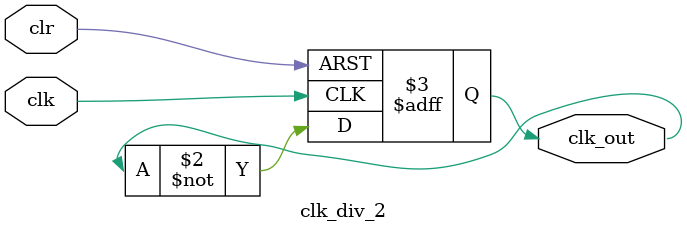
<source format=v>
module clk_div_2 (clk_out, clk, clr);
	output reg clk_out;
	input clk, clr;  
   
   //Register

   always @(posedge clk or posedge clr) begin
       //If clear is high, set q to 0
       if (clr) begin
           clk_out <= 1'b0;
       end else begin
           clk_out <= ~clk_out;
       end
   end
	endmodule
	
</source>
